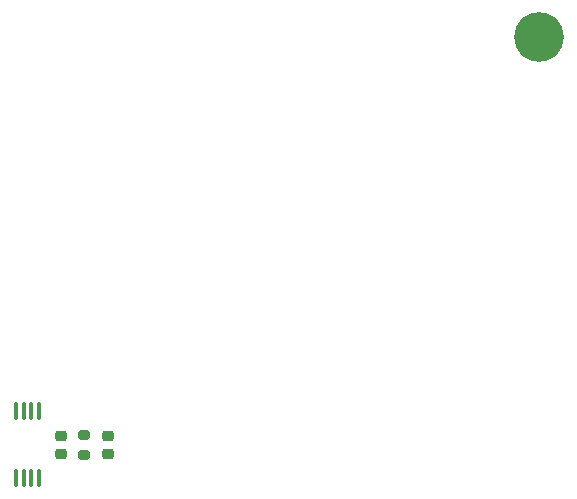
<source format=gbs>
G04 #@! TF.GenerationSoftware,KiCad,Pcbnew,6.0.11+dfsg-1*
G04 #@! TF.CreationDate,2023-08-15T17:50:17+01:00*
G04 #@! TF.ProjectId,business card,62757369-6e65-4737-9320-636172642e6b,rev?*
G04 #@! TF.SameCoordinates,Original*
G04 #@! TF.FileFunction,Soldermask,Bot*
G04 #@! TF.FilePolarity,Negative*
%FSLAX46Y46*%
G04 Gerber Fmt 4.6, Leading zero omitted, Abs format (unit mm)*
G04 Created by KiCad (PCBNEW 6.0.11+dfsg-1) date 2023-08-15 17:50:17*
%MOMM*%
%LPD*%
G01*
G04 APERTURE LIST*
G04 Aperture macros list*
%AMRoundRect*
0 Rectangle with rounded corners*
0 $1 Rounding radius*
0 $2 $3 $4 $5 $6 $7 $8 $9 X,Y pos of 4 corners*
0 Add a 4 corners polygon primitive as box body*
4,1,4,$2,$3,$4,$5,$6,$7,$8,$9,$2,$3,0*
0 Add four circle primitives for the rounded corners*
1,1,$1+$1,$2,$3*
1,1,$1+$1,$4,$5*
1,1,$1+$1,$6,$7*
1,1,$1+$1,$8,$9*
0 Add four rect primitives between the rounded corners*
20,1,$1+$1,$2,$3,$4,$5,0*
20,1,$1+$1,$4,$5,$6,$7,0*
20,1,$1+$1,$6,$7,$8,$9,0*
20,1,$1+$1,$8,$9,$2,$3,0*%
G04 Aperture macros list end*
%ADD10C,4.200000*%
%ADD11RoundRect,0.100000X-0.100000X0.637500X-0.100000X-0.637500X0.100000X-0.637500X0.100000X0.637500X0*%
%ADD12RoundRect,0.225000X0.250000X-0.225000X0.250000X0.225000X-0.250000X0.225000X-0.250000X-0.225000X0*%
%ADD13RoundRect,0.200000X0.275000X-0.200000X0.275000X0.200000X-0.275000X0.200000X-0.275000X-0.200000X0*%
%ADD14RoundRect,0.218750X-0.256250X0.218750X-0.256250X-0.218750X0.256250X-0.218750X0.256250X0.218750X0*%
G04 APERTURE END LIST*
D10*
X131500000Y-55250000D03*
D11*
X87239200Y-86902600D03*
X87889200Y-86902600D03*
X88539200Y-86902600D03*
X89189200Y-86902600D03*
X89189200Y-92627600D03*
X88539200Y-92627600D03*
X87889200Y-92627600D03*
X87239200Y-92627600D03*
D12*
X91059000Y-90562500D03*
X91059000Y-89012500D03*
D13*
X93000000Y-90612500D03*
X93000000Y-88962500D03*
D14*
X95000000Y-89000000D03*
X95000000Y-90575000D03*
M02*

</source>
